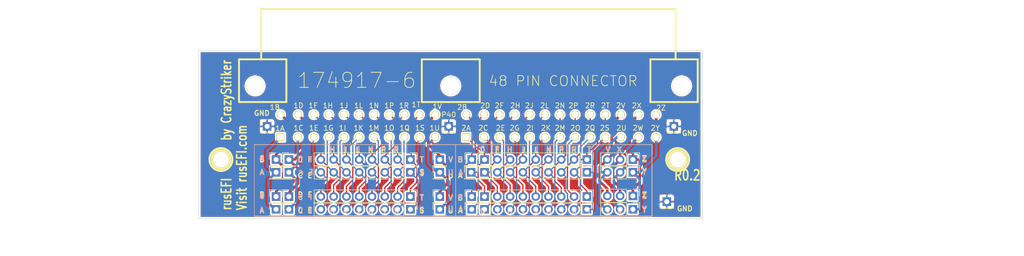
<source format=kicad_pcb>
(kicad_pcb (version 20221018) (generator pcbnew)
  (title_block (title "ECU adapter") (date "2017-02-05") (rev "R0.2") (company "DAECU"))
  (layers (0 "F.Cu" signal) (31 "B.Cu" signal) (34 "B.Paste" user) (35 "F.Paste" user) (36 "B.SilkS" user "B.Silkscreen") (37 "F.SilkS" user "F.Silkscreen") (38 "B.Mask" user) (39 "F.Mask" user) (44 "Edge.Cuts" user))
  (net 0 "")
  (net 1 "GND")
  (net 2 "Net-(P1-Pad1)")
  (net 3 "Net-(P1-Pad2)")
  (net 4 "Net-(P1-Pad3)")
  (net 5 "Net-(P10-Pad1)")
  (net 6 "Net-(P11-Pad1)")
  (net 7 "Net-(P12-Pad1)")
  (net 8 "Net-(P14-Pad1)")
  (net 9 "Net-(P14-Pad2)")
  (net 10 "Net-(P14-Pad3)")
  (net 11 "Net-(P15-Pad1)")
  (net 12 "Net-(P16-Pad1)")
  (net 13 "Net-(P17-Pad1)")
  (net 14 "Net-(P18-Pad1)")
  (net 15 "Net-(P19-Pad1)")
  (net 16 "Net-(P20-Pad1)")
  (net 17 "Net-(P21-Pad1)")
  (net 18 "Net-(P25-Pad1Q)")
  (net 19 "Net-(P26-Pad2)")
  (net 20 "Net-(P25-Pad1S)")
  (net 21 "Net-(P25-Pad1T)")
  (net 22 "Net-(P25-Pad1U)")
  (net 23 "Net-(P25-Pad1V)")
  (net 24 "Net-(P25-Pad2A)")
  (net 25 "Net-(P25-Pad2B)")
  (net 26 "Net-(P25-Pad2J)")
  (net 27 "Net-(P25-Pad2I)")
  (net 28 "Net-(P25-Pad2H)")
  (net 29 "Net-(P25-Pad2G)")
  (net 30 "Net-(P25-Pad2F)")
  (net 31 "Net-(P25-Pad2E)")
  (net 32 "Net-(P25-Pad2D)")
  (net 33 "Net-(P25-Pad2C)")
  (net 34 "Net-(P25-Pad2K)")
  (net 35 "Net-(P25-Pad2L)")
  (net 36 "Net-(P25-Pad2M)")
  (net 37 "Net-(P25-Pad2N)")
  (net 38 "Net-(P25-Pad2O)")
  (net 39 "Net-(P25-Pad2P)")
  (net 40 "Net-(P25-Pad2Q)")
  (net 41 "Net-(P25-Pad2R)")
  (net 42 "Net-(P25-Pad2Z)")
  (net 43 "Net-(P25-Pad2Y)")
  (net 44 "Net-(P25-Pad2X)")
  (net 45 "Net-(P25-Pad2W)")
  (net 46 "Net-(P25-Pad2V)")
  (net 47 "Net-(P25-Pad2U)")
  (net 48 "Net-(P25-Pad2T)")
  (net 49 "Net-(P25-Pad2S)")
  (footprint "1pin" (layer "F.Cu") (at 57.88 62.23)
    (fp_text reference "1PIN" hide)
    (fp_text value "P***" hide)
  )
  (footprint "Connector_PinHeader_2.54mm:PinHeader_1x03_P2.54mm_Vertical" (layer "F.Cu") (at 139.7 72.136 -90)
    (fp_text reference "P1" hide)
    (fp_text value "CONN_3")
  )
  (footprint "Connector_PinHeader_2.54mm:PinHeader_1x03_P2.54mm_Vertical" (layer "F.Cu") (at 139.7 69.469 -90)
    (fp_text reference "P2" hide)
    (fp_text value "CONN_3")
  )
  (footprint "Connector_PinHeader_2.54mm:PinHeader_1x01_P2.54mm_Vertical" (layer "F.Cu") (at 110.236 72.136)
    (fp_text reference "P3" hide)
    (fp_text value "CONN_1")
  )
  (footprint "Connector_PinHeader_2.54mm:PinHeader_1x01_P2.54mm_Vertical" (layer "F.Cu") (at 107.696 72.136)
    (fp_text reference "P4" hide)
    (fp_text value "CONN_1")
  )
  (footprint "Connector_PinHeader_2.54mm:PinHeader_1x01_P2.54mm_Vertical" (layer "F.Cu") (at 110.236 69.596)
    (fp_text reference "P5" hide)
    (fp_text value "CONN_1")
  )
  (footprint "Connector_PinHeader_2.54mm:PinHeader_1x01_P2.54mm_Vertical" (layer "F.Cu") (at 107.696 69.596)
    (fp_text reference "P6" hide)
    (fp_text value "CONN_1")
  )
  (footprint "Connector_PinHeader_2.54mm:PinHeader_1x01_P2.54mm_Vertical" (layer "F.Cu") (at 101.346 72.136)
    (fp_text reference "P7" hide)
    (fp_text value "CONN_1")
  )
  (footprint "Connector_PinHeader_2.54mm:PinHeader_1x01_P2.54mm_Vertical" (layer "F.Cu") (at 101.346 69.596)
    (fp_text reference "P8" hide)
    (fp_text value "CONN_1")
  )
  (footprint "Connector_PinHeader_2.54mm:PinHeader_1x01_P2.54mm_Vertical" (layer "F.Cu") (at 71.374 72.136)
    (fp_text reference "P9" hide)
    (fp_text value "CONN_1")
  )
  (footprint "Connector_PinHeader_2.54mm:PinHeader_1x01_P2.54mm_Vertical" (layer "F.Cu") (at 68.834 72.136)
    (fp_text reference "P10" hide)
    (fp_text value "CONN_1")
  )
  (footprint "Connector_PinHeader_2.54mm:PinHeader_1x01_P2.54mm_Vertical" (layer "F.Cu") (at 71.374 69.596)
    (fp_text reference "P11" hide)
    (fp_text value "CONN_1")
  )
  (footprint "Connector_PinHeader_2.54mm:PinHeader_1x01_P2.54mm_Vertical" (layer "F.Cu") (at 68.834 69.596)
    (fp_text reference "P12" hide)
    (fp_text value "CONN_1")
  )
  (footprint "Connector_PinHeader_2.54mm:PinHeader_1x03_P2.54mm_Vertical" (layer "F.Cu") (at 139.7 64.77 -90)
    (fp_text reference "P13" hide)
    (fp_text value "CONN_3")
  )
  (footprint "Connector_PinHeader_2.54mm:PinHeader_1x01_P2.54mm_Vertical" (layer "F.Cu") (at 110.236 64.77)
    (fp_text reference "P15" hide)
    (fp_text value "CONN_1")
  )
  (footprint "Connector_PinHeader_2.54mm:PinHeader_1x01_P2.54mm_Vertical" (layer "F.Cu") (at 107.569 64.77)
    (fp_text reference "P16" hide)
    (fp_text value "CONN_1")
  )
  (footprint "Connector_PinHeader_2.54mm:PinHeader_1x01_P2.54mm_Vertical" (layer "F.Cu") (at 110.236 62.23)
    (fp_text reference "P17" hide)
    (fp_text value "CONN_1")
  )
  (footprint "Connector_PinHeader_2.54mm:PinHeader_1x01_P2.54mm_Vertical" (layer "F.Cu") (at 107.696 62.23)
    (fp_text reference "P18" hide)
    (fp_text value "CONN_1")
  )
  (footprint "Connector_PinHeader_2.54mm:PinHeader_1x01_P2.54mm_Vertical" (layer "F.Cu") (at 101.346 64.77)
    (fp_text reference "P19" hide)
    (fp_text value "CONN_1")
  )
  (footprint "Connector_PinHeader_2.54mm:PinHeader_1x01_P2.54mm_Vertical" (layer "F.Cu") (at 101.346 62.23)
    (fp_text reference "P20" hide)
    (fp_text value "CONN_1")
  )
  (footprint "Connector_PinHeader_2.54mm:PinHeader_1x01_P2.54mm_Vertical" (layer "F.Cu") (at 71.374 64.77)
    (fp_text reference "P21" hide)
    (fp_text value "CONN_1")
  )
  (footprint "Connector_PinHeader_2.54mm:PinHeader_1x01_P2.54mm_Vertical" (layer "F.Cu") (at 68.834 64.77)
    (fp_text reference "P22" hide)
    (fp_text value "CONN_1")
  )
  (footprint "Connector_PinHeader_2.54mm:PinHeader_1x01_P2.54mm_Vertical" (layer "F.Cu") (at 71.374 62.23)
    (fp_text reference "P23" hide)
    (fp_text value "CONN_1")
  )
  (footprint "Connector_PinHeader_2.54mm:PinHeader_1x01_P2.54mm_Vertical" (layer "F.Cu") (at 68.834 62.23)
    (fp_text reference "P24" hide)
    (fp_text value "CONN_1")
  )
  (footprint "Connector_PinHeader_2.54mm:PinHeader_1x08_P2.54mm_Vertical" (layer "F.Cu") (at 130.556 72.136 -90)
    (fp_text reference "P26" hide)
    (fp_text value "CONN_8")
  )
  (footprint "Connector_PinHeader_2.54mm:PinHeader_1x08_P2.54mm_Vertical" (layer "F.Cu") (at 130.556 69.596 -90)
    (fp_text reference "P27" hide)
    (fp_text value "CONN_8")
  )
  (footprint "Connector_PinHeader_2.54mm:PinHeader_1x08_P2.54mm_Vertical" (layer "F.Cu") (at 95.504 64.77 -90)
    (fp_text reference "P30" hide)
    (fp_text value "CONN_8")
  )
  (footprint "Connector_PinHeader_2.54mm:PinHeader_1x08_P2.54mm_Vertical" (layer "F.Cu") (at 95.504 62.23 -90)
    (fp_text reference "P31" hide)
    (fp_text value "CONN_8")
  )
  (footprint "Connector_PinHeader_2.54mm:PinHeader_1x08_P2.54mm_Vertical" (layer "F.Cu") (at 130.556 64.77 -90)
    (fp_text reference "P32" hide)
    (fp_text value "CONN_8")
  )
  (footprint "Connector_PinHeader_2.54mm:PinHeader_1x08_P2.54mm_Vertical" (layer "F.Cu") (at 95.504 72.136 -90)
    (fp_text reference "P36" hide)
    (fp_text value "CONN_8")
  )
  (footprint "Connector_PinHeader_2.54mm:PinHeader_1x08_P2.54mm_Vertical" (layer "F.Cu") (at 95.504 69.596 -90)
    (fp_text reference "P37" hide)
    (fp_text value "CONN_8")
  )
  (footprint "Connector_PinHeader_2.54mm:PinHeader_1x01_P2.54mm_Vertical" (layer "F.Cu") (at 146.431 70.612)
    (fp_text reference "P38" hide)
    (fp_text value "CONN_1")
  )
  (footprint "Connector_PinHeader_2.54mm:PinHeader_1x01_P2.54mm_Vertical" (layer "F.Cu") (at 147.828 55.626)
    (fp_text reference "P39" hide)
    (fp_text value "CONN_1")
  )
  (footprint "Connector_PinHeader_2.54mm:PinHeader_1x01_P2.54mm_Vertical" (layer "F.Cu") (at 103.124 55.626)
    (fp_text reference "P40")
    (fp_text value "CONN_1")
  )
  (footprint "Connector_PinHeader_2.54mm:PinHeader_1x01_P2.54mm_Vertical" (layer "F.Cu") (at 67.056 55.626)
    (fp_text reference "P41" hide)
    (fp_text value "CONN_1")
  )
  (footprint "Connector_PinHeader_2.54mm:PinHeader_1x08_P2.54mm_Vertical" (layer "F.Cu") (at 130.556 62.23 -90)
    (fp_text reference "P33" hide)
    (fp_text value "CONN_8")
  )
  (footprint "connector:174917" (layer "F.Cu") (at 69.723 57.785)
    (fp_text reference "P25" hide)
    (fp_text value "174917" hide)
  )
  (footprint "Connector_PinHeader_2.54mm:PinHeader_1x03_P2.54mm_Vertical" (layer "F.Cu") (at 139.7 62.23 -90)
    (fp_text reference "P14" hide)
    (fp_text value "CONN_3")
  )
  (footprint "1pin" (layer "F.Cu") (at 148.59 62.23)
    (fp_text reference "1PIN" hide)
    (fp_text value "P***" hide)
  )
  (gr_line (start 104.5 59.25) (end 64.5 59.25) (stroke (width 0.1)) (layer "B.SilkS"))
  (gr_line (start 64.5 73.5) (end 104.5 73.5) (stroke (width 0.1)) (layer "B.SilkS"))
  (gr_line (start 143.5 59.25) (end 143.5 73.5) (stroke (width 0.1)) (layer "B.SilkS"))
  (gr_line (start 104.5 59.25) (end 143.5 59.25) (stroke (width 0.1)) (layer "B.SilkS"))
  (gr_line (start 143.5 73.5) (end 104.5 73.5) (stroke (width 0.1)) (layer "B.SilkS"))
  (gr_line (start 104.5 73.5) (end 104.5 59.25) (stroke (width 0.1)) (layer "B.SilkS"))
  (gr_line (start 64.5 59.25) (end 64.5 73.5) (stroke (width 0.1)) (layer "B.SilkS"))
  (gr_line (start 64.5 59.25) (end 104.5 59.25) (stroke (width 0.1)) (layer "F.SilkS"))
  (gr_line (start 143.5 73.5) (end 143.5 59.25) (stroke (width 0.1)) (layer "F.SilkS"))
  (gr_line (start 104.5 59.25) (end 104.5 73.5) (stroke (width 0.1)) (layer "F.SilkS"))
  (gr_line (start 143.5 59.25) (end 104.5 59.25) (stroke (width 0.1)) (layer "F.SilkS"))
  (gr_line (start 64.5 73.5) (end 64.5 59.25) (stroke (width 0.1)) (layer "F.SilkS"))
  (gr_line (start 104.5 73.5) (end 64.5 73.5) (stroke (width 0.1)) (layer "F.SilkS"))
  (gr_line (start 104.5 73.5) (end 143.5 73.5) (stroke (width 0.1)) (layer "F.SilkS"))
  (gr_poly (pts (xy 153.5 40.5) (xy 53.5 40.5) (xy 53.5 74) (xy 153.5 74)) (stroke (width 0.1)) (fill none) (layer "Edge.Cuts"))
  (gr_text "X" (at 137 72.5) (layer "B.SilkS") (effects (font (size 1.016 1.016) (thickness 0.22352)) (justify mirror)))
  (gr_text "R" (at 92.71 72.425) (layer "B.SilkS") (effects (font (size 1.016 1.016) (thickness 0.22352)) (justify mirror)))
  (gr_text "D" (at 73.66 62.25) (layer "B.SilkS") (effects (font (size 1.016 1.016) (thickness 0.22352)) (justify mirror)))
  (gr_text "B\n" (at 66.04 69.5) (layer "B.SilkS") (effects (font (size 1.016 1.016) (thickness 0.22352)) (justify mirror)))
  (gr_text "A\n" (at 66 72.25) (layer "B.SilkS") (effects (font (size 1.016 1.016) (thickness 0.22352)) (justify mirror)))
  (gr_text "A" (at 66 64.75) (layer "B.SilkS") (effects (font (size 1.016 1.016) (thickness 0.22352)) (justify mirror)))
  (gr_text "S" (at 97.79 72.25) (layer "B.SilkS") (effects (font (size 1.016 1.016) (thickness 0.22352)) (justify mirror)))
  (gr_text "P" (at 90.17 72.425) (layer "B.SilkS") (effects (font (size 1.016 1.016) (thickness 0.22352)) (justify mirror)))
  (gr_text "N" (at 87.63 72.425) (layer "B.SilkS") (effects (font (size 1.016 1.016) (thickness 0.22352)) (justify mirror)))
  (gr_text "T" (at 97.75 62.25) (layer "B.SilkS") (effects (font (size 1.016 1.016) (thickness 0.22352)) (justify mirror)))
  (gr_text "T" (at 97.75 69.75) (layer "B.SilkS") (effects (font (size 1.016 1.016) (thickness 0.22352)) (justify mirror)))
  (gr_text "S" (at 97.79 65) (layer "B.SilkS") (effects (font (size 1.016 1.016) (thickness 0.22352)) (justify mirror)))
  (gr_text "V" (at 103.5 62.25) (layer "B.SilkS") (effects (font (size 1.016 1.016) (thickness 0.22352)) (justify mirror)))
  (gr_text "A" (at 105.5 72) (layer "B.SilkS") (effects (font (size 1.016 1.016) (thickness 0.22352)) (justify mirror)))
  (gr_text "A" (at 105.5 64.75) (layer "B.SilkS") (effects (font (size 1.016 1.016) (thickness 0.22352)) (justify mirror)))
  (gr_text "L" (at 85.09 72.425) (layer "B.SilkS") (effects (font (size 1.016 1.016) (thickness 0.22352)) (justify mirror)))
  (gr_text "U" (at 103.5 72) (layer "B.SilkS") (effects (font (size 1.016 1.016) (thickness 0.22352)) (justify mirror)))
  (gr_text "U" (at 103.505 64.75) (layer "B.SilkS") (effects (font (size 1.016 1.016) (thickness 0.22352)) (justify mirror)))
  (gr_text "H" (at 80.01 72.425) (layer "B.SilkS") (effects (font (size 1.016 1.016) (thickness 0.22352)) (justify mirror)))
  (gr_text "E" (at 75.565 72.25) (layer "B.SilkS") (effects (font (size 1.016 1.016) (thickness 0.22352)) (justify mirror)))
  (gr_text "F" (at 75.565 69.75) (layer "B.SilkS") (effects (font (size 1.016 1.016) (thickness 0.22352)) (justify mirror)))
  (gr_text "B" (at 105.41 62.25) (layer "B.SilkS") (effects (font (size 1.016 1.016) (thickness 0.22352)) (justify mirror)))
  (gr_text "D" (at 73.66 69.75) (layer "B.SilkS") (effects (font (size 1.016 1.016) (thickness 0.22352)) (justify mirror)))
  (gr_text "C" (at 73.66 72.25) (layer "B.SilkS") (effects (font (size 1.016 1.016) (thickness 0.22352)) (justify mirror)))
  (gr_text "J" (at 82.55 72.425) (layer "B.SilkS") (effects (font (size 1.016 1.016) (thickness 0.22352)) (justify mirror)))
  (gr_text "F" (at 75.565 62.25) (layer "B.SilkS") (effects (font (size 1.016 1.016) (thickness 0.22352)) (justify mirror)))
  (gr_text "C" (at 73.75 65) (layer "B.SilkS") (effects (font (size 1.016 1.016) (thickness 0.22352)) (justify mirror)))
  (gr_text "B" (at 66 62) (layer "B.SilkS") (effects (font (size 1.016 1.016) (thickness 0.22352)) (justify mirror)))
  (gr_text "B" (at 105.41 69.75) (layer "B.SilkS") (effects (font (size 1.016 1.016) (thickness 0.22352)) (justify mirror)))
  (gr_text "V" (at 103.5 69.75) (layer "B.SilkS") (effects (font (size 1.016 1.016) (thickness 0.22352)) (justify mirror)))
  (gr_text "E" (at 75.75 64.75) (layer "B.SilkS") (effects (font (size 1.016 1.016) (thickness 0.22352)) (justify mirror)))
  (gr_text "R" (at 128 72.5) (layer "B.SilkS") (effects (font (size 1.016 1.016) (thickness 0.22352)) (justify mirror)))
  (gr_text "Z" (at 142 62.25) (layer "B.SilkS") (effects (font (size 1.016 1.016) (thickness 0.22352)) (justify mirror)))
  (gr_text "Y" (at 142 64.75) (layer "B.SilkS") (effects (font (size 1.016 1.016) (thickness 0.22352)) (justify mirror)))
  (gr_text "Y" (at 142 72) (layer "B.SilkS") (effects (font (size 1.016 1.016) (thickness 0.22352)) (justify mirror)))
  (gr_text "Z" (at 142 69.5) (layer "B.SilkS") (effects (font (size 1.016 1.016) (thickness 0.22352)) (justify mirror)))
  (gr_text "P" (at 125.5 72.425) (layer "B.SilkS") (effects (font (size 1.016 1.016) (thickness 0.22352)) (justify mirror)))
  (gr_text "N" (at 123 72.425) (layer "B.SilkS") (effects (font (size 1.016 1.016) (thickness 0.22352)) (justify mirror)))
  (gr_text "L" (at 120.5 72.425) (layer "B.SilkS") (effects (font (size 1.016 1.016) (thickness 0.22352)) (justify mirror)))
  (gr_text "J" (at 118 72.425) (layer "B.SilkS") (effects (font (size 1.016 1.016) (thickness 0.22352)) (justify mirror)))
  (gr_text "H" (at 115.25 72.5) (layer "B.SilkS") (effects (font (size 1.016 1.016) (thickness 0.22352)) (justify mirror)))
  (gr_text "F" (at 112.75 72.425) (layer "B.SilkS") (effects (font (size 1.016 1.016) (thickness 0.22352)) (justify mirror)))
  (gr_text "D" (at 109.855 72.425) (layer "B.SilkS") (effects (font (size 1.016 1.016) (thickness 0.22352)) (justify mirror)))
  (gr_text "V" (at 134.75 72.5) (layer "B.SilkS") (effects (font (size 1.016 1.016) (thickness 0.22352)) (justify mirror)))
  (gr_text "T\n" (at 131 72.5) (layer "B.SilkS") (effects (font (size 1.016 1.016) (thickness 0.22352)) (justify mirror)))
  (gr_text "X" (at 137 60.25) (layer "B.SilkS") (effects (font (size 1.016 1.016) (thickness 0.22352)) (justify mirror)))
  (gr_text "R" (at 92.71 60.175) (layer "B.SilkS") (effects (font (size 1.016 1.016) (thickness 0.22352)) (justify mirror)))
  (gr_text "P" (at 90.17 60.175) (layer "B.SilkS") (effects (font (size 1.016 1.016) (thickness 0.22352)) (justify mirror)))
  (gr_text "N" (at 87.63 60.175) (layer "B.SilkS") (effects (font (size 1.016 1.016) (thickness 0.22352)) (justify mirror)))
  (gr_text "L" (at 85.09 60.175) (layer "B.SilkS") (effects (font (size 1.016 1.016) (thickness 0.22352)) (justify mirror)))
  (gr_text "H" (at 80.01 60.175) (layer "B.SilkS") (effects (font (size 1.016 1.016) (thickness 0.22352)) (justify mirror)))
  (gr_text "J" (at 82.55 60.175) (layer "B.SilkS") (effects (font (size 1.016 1.016) (thickness 0.22352)) (justify mirror)))
  (gr_text "R" (at 128 60.25) (layer "B.SilkS") (effects (font (size 1.016 1.016) (thickness 0.22352)) (justify mirror)))
  (gr_text "P" (at 125.5 60.175) (layer "B.SilkS") (effects (font (size 1.016 1.016) (thickness 0.22352)) (justify mirror)))
  (gr_text "N" (at 123 60.175) (layer "B.SilkS") (effects (font (size 1.016 1.016) (thickness 0.22352)) (justify mirror)))
  (gr_text "L" (at 120.5 60.175) (layer "B.SilkS") (effects (font (size 1.016 1.016) (thickness 0.22352)) (justify mirror)))
  (gr_text "J" (at 118 60.175) (layer "B.SilkS") (effects (font (size 1.016 1.016) (thickness 0.22352)) (justify mirror)))
  (gr_text "H" (at 115.25 60.25) (layer "B.SilkS") (effects (font (size 1.016 1.016) (thickness 0.22352)) (justify mirror)))
  (gr_text "F" (at 112.75 60.175) (layer "B.SilkS") (effects (font (size 1.016 1.016) (thickness 0.22352)) (justify mirror)))
  (gr_text "D" (at 109.855 60.175) (layer "B.SilkS") (effects (font (size 1.016 1.016) (thickness 0.22352)) (justify mirror)))
  (gr_text "V" (at 134.75 60.25) (layer "B.SilkS") (effects (font (size 1.016 1.016) (thickness 0.22352)) (justify mirror)))
  (gr_text "T\n" (at 131 60.25) (layer "B.SilkS") (effects (font (size 1.016 1.016) (thickness 0.22352)) (justify mirror)))
  (gr_text "GND" (at 150 72) (layer "F.SilkS") (effects (font (size 1 1) (thickness 0.2))))
  (gr_text "GND" (at 66 53) (layer "F.SilkS") (effects (font (size 1 1) (thickness 0.2))))
  (gr_text "P" (at 125.5 60.325) (layer "F.SilkS") (effects (font (size 1.016 1.016) (thickness 0.22352))))
  (gr_text "R" (at 128 60.25) (layer "F.SilkS") (effects (font (size 1.016 1.016) (thickness 0.22352))))
  (gr_text "Y" (at 142 72.25) (layer "F.SilkS") (effects (font (size 1.016 1.016) (thickness 0.22352))))
  (gr_text "Z" (at 142 69.25) (layer "F.SilkS") (effects (font (size 1.016 1.016) (thickness 0.22352))))
  (gr_text "Z" (at 142 62) (layer "F.SilkS") (effects (font (size 1.016 1.016) (thickness 0.22352))))
  (gr_text "Y" (at 142 64.5) (layer "F.SilkS") (effects (font (size 1.016 1.016) (thickness 0.22352))))
  (gr_text "T\n" (at 131 60.25) (layer "F.SilkS") (effects (font (size 1.016 1.016) (thickness 0.22352))))
  (gr_text "V" (at 134.75 60.25) (layer "F.SilkS") (effects (font (size 1.016 1.016) (thickness 0.22352))))
  (gr_text "X" (at 137 60.25) (layer "F.SilkS") (effects (font (size 1.016 1.016) (thickness 0.22352))))
  (gr_text "S" (at 97.79 72.39) (layer "F.SilkS") (effects (font (size 1.016 1.016) (thickness 0.22352))))
  (gr_text "U" (at 103.505 72.39) (layer "F.SilkS") (effects (font (size 1.016 1.016) (thickness 0.22352))))
  (gr_text "F" (at 75.565 69.215) (layer "F.SilkS") (effects (font (size 1.016 1.016) (thickness 0.22352))))
  (gr_text "C" (at 73.66 72.39) (layer "F.SilkS") (effects (font (size 1.016 1.016) (thickness 0.22352))))
  (gr_text "T" (at 97.79 62.23) (layer "F.SilkS") (effects (font (size 1.016 1.016) (thickness 0.22352))))
  (gr_text "D" (at 73.66 69.215) (layer "F.SilkS") (effects (font (size 1.016 1.016) (thickness 0.22352))))
  (gr_text "E" (at 75.565 65.405) (layer "F.SilkS") (effects (font (size 1.016 1.016) (thickness 0.22352))))
  (gr_text "B\n" (at 66.04 62.23) (layer "F.SilkS") (effects (font (size 1.016 1.016) (thickness 0.22352))))
  (gr_text "F" (at 75.565 62.23) (layer "F.SilkS") (effects (font (size 1.016 1.016) (thickness 0.22352))))
  (gr_text "S" (at 97.79 64.77) (layer "F.SilkS") (effects (font (size 1.016 1.016) (thickness 0.22352))))
  (gr_text "L" (at 85.09 60.325) (layer "F.SilkS") (effects (font (size 1.016 1.016) (thickness 0.22352))))
  (gr_text "C" (at 73.66 65.405) (layer "F.SilkS") (effects (font (size 1.016 1.016) (thickness 0.22352))))
  (gr_text "B" (at 105.41 69.85) (layer "F.SilkS") (effects (font (size 1.016 1.016) (thickness 0.22352))))
  (gr_text "H" (at 80.01 60.325) (layer "F.SilkS") (effects (font (size 1.016 1.016) (thickness 0.22352))))
  (gr_text "D" (at 73.66 62.23) (layer "F.SilkS") (effects (font (size 1.016 1.016) (thickness 0.22352))))
  (gr_text "A" (at 66.04 72.39) (layer "F.SilkS") (effects (font (size 1.016 1.016) (thickness 0.22352))))
  (gr_text "V" (at 103.505 69.85) (layer "F.SilkS") (effects (font (size 1.016 1.016) (thickness 0.22352))))
  (gr_text "B" (at 66.04 69.215) (layer "F.SilkS") (effects (font (size 1.016 1.016) (thickness 0.22352))))
  (gr_text "J" (at 118 60.325) (layer "F.SilkS") (effects (font (size 1.016 1.016) (thickness 0.22352))))
  (gr_text "N" (at 87.63 60.325) (layer "F.SilkS") (effects (font (size 1.016 1.016) (thickness 0.22352))))
  (gr_text "A" (at 105.41 65.405) (layer "F.SilkS") (effects (font (size 1.016 1.016) (thickness 0.22352))))
  (gr_text "J" (at 82.55 60.325) (layer "F.SilkS") (effects (font (size 1.016 1.016) (thickness 0.22352))))
  (gr_text "GND" (at 151 57) (layer "F.SilkS") (effects (font (size 1 1) (thickness 0.2))))
  (gr_text "H" (at 115.25 60.25) (layer "F.SilkS") (effects (font (size 1.016 1.016) (thickness 0.22352))))
  (gr_text "P" (at 90.17 60.325) (layer "F.SilkS") (effects (font (size 1.016 1.016) (thickness 0.22352))))
  (gr_text "R" (at 92.71 60.325) (layer "F.SilkS") (effects (font (size 1.016 1.016) (thickness 0.22352))))
  (gr_text "F" (at 112.75 60.325) (layer "F.SilkS") (effects (font (size 1.016 1.016) (thickness 0.22352))))
  (gr_text "A\n" (at 66.04 64.77) (layer "F.SilkS") (effects (font (size 1.016 1.016) (thickness 0.22352))))
  (gr_text "D" (at 109.855 60.325) (layer "F.SilkS") (effects (font (size 1.016 1.016) (thickness 0.22352))))
  (gr_text "U" (at 103.505 65.405) (layer "F.SilkS") (effects (font (size 1.016 1.016) (thickness 0.22352))))
  (gr_text "N" (at 123 60.325) (layer "F.SilkS") (effects (font (size 1.016 1.016) (thickness 0.22352))))
  (gr_text "R0.2\n\n" (at 150.5 67) (layer "F.SilkS") (effects (font (size 2.032 1.524) (thickness 0.3048))))
  (gr_text "V" (at 103.505 62.23) (layer "F.SilkS") (effects (font (size 1.016 1.016) (thickness 0.22352))))
  (gr_text "L" (at 120.5 60.325) (layer "F.SilkS") (effects (font (size 1.016 1.016) (thickness 0.22352))))
  (gr_text "B" (at 105.41 62.23) (layer "F.SilkS") (effects (font (size 1.016 1.016) (thickness 0.22352))))
  (gr_text "rusEFI       by CrazyStriker\nVisit rusEFI.com" (at 60.5 72.5 90) (layer "F.SilkS") (effects (font (size 1.9 1.4) (thickness 0.3048)) (justify left)))
  (gr_text "T" (at 97.79 69.85) (layer "F.SilkS") (effects (font (size 1.016 1.016) (thickness 0.22352))))
  (gr_text "A" (at 105.41 72.39) (layer "F.SilkS") (effects (font (size 1.016 1.016) (thickness 0.22352))))
  (gr_text "E" (at 75.565 72.39) (layer "F.SilkS") (effects (font (size 1.016 1.016) (thickness 0.22352))))
  (segment (start 141.058001 72.135999) (end 141.058001 66.128001) (width 0.508) (layer "B.Cu") (net 2))
  (segment (start 141.058001 66.128001) (end 139.7 64.77) (width 0.508) (layer "B.Cu") (net 2))
  (segment (start 141.058 64.77) (end 144.32788 61.50012) (width 0.508) (layer "B.Cu") (net 2))
  (segment (start 139.7 72.136) (end 141.058001 72.135999) (width 0.508) (layer "B.Cu") (net 2))
  (segment (start 144.32788 61.50012) (end 144.32788 58.598611) (width 0.508) (layer "B.Cu") (net 2))
  (segment (start 139.7 64.77) (end 141.058 64.77) (width 0.508) (layer "B.Cu") (net 2))
  (segment (start 144.32788 58.598611) (end 144.32788 57.785) (width 0.508) (layer "B.Cu") (net 2))
  (segment (start 135.928999 70.904999) (end 135.928999 67.983999) (width 0.254) (layer "B.Cu") (net 3))
  (segment (start 135.928999 66.001001) (end 136.310001 65.619999) (width 0.508) (layer "B.Cu") (net 3))
  (segment (start 136.310001 65.619999) (end 137.16 64.77) (width 0.508) (layer "B.Cu") (net 3))
  (segment (start 140.252451 58.360309) (end 140.82776 57.785) (width 0.508) (layer "B.Cu") (net 3))
  (segment (start 137.16 64.77) (end 138.468999 63.461001) (width 0.508) (layer "B.Cu") (net 3))
  (segment (start 138.468999 60.143761) (end 140.252451 58.360309) (width 0.508) (layer "B.Cu") (net 3))
  (segment (start 138.468999 63.461001) (end 138.468999 60.143761) (width 0.254) (layer "B.Cu") (net 3))
  (segment (start 137.16 72.136) (end 135.928999 70.904999) (width 0.508) (layer "B.Cu") (net 3))
  (segment (start 135.928999 67.983999) (end 135.928999 66.001001) (width 0.508) (layer "B.Cu") (net 3))
  (segment (start 134.62 64.77) (end 133.417919 64.77) (width 0.508) (layer "B.Cu") (net 4))
  (segment (start 133.261999 61.03703) (end 136.514029 57.785) (width 0.508) (layer "B.Cu") (net 4))
  (segment (start 134.366 72.136) (end 133.096 70.866) (width 0.508) (layer "B.Cu") (net 4))
  (segment (start 133.096 66.294) (end 134.62 64.77) (width 0.508) (layer "B.Cu") (net 4))
  (segment (start 136.514029 57.785) (end 137.32764 57.785) (width 0.508) (layer "B.Cu") (net 4))
  (segment (start 133.096 70.866) (end 133.096 66.294) (width 0.508) (layer "B.Cu") (net 4))
  (segment (start 134.62 72.136) (end 134.366 72.136) (width 0.508) (layer "B.Cu") (net 4))
  (segment (start 133.261999 64.61408) (end 133.261999 61.03703) (width 0.508) (layer "B.Cu") (net 4))
  (segment (start 133.417919 64.77) (end 133.261999 64.61408) (width 0.508) (layer "B.Cu") (net 4))
  (segment (start 68.834 72.136) (end 68.58 72.136) (width 0.508) (layer "B.Cu") (net 5))
  (segment (start 67.31 66.294) (end 68.834 64.77) (width 0.508) (layer "B.Cu") (net 5))
  (segment (start 67.31 70.866) (end 67.31 66.294) (width 0.508) (layer "B.Cu") (net 5))
  (segment (start 68.326 64.77) (end 67.056 63.5) (width 0.508) (layer "B.Cu") (net 5))
  (segment (start 67.056 63.5) (end 67.056 60.50534) (width 0.508) (layer "B.Cu") (net 5))
  (segment (start 68.58 72.136) (end 67.31 70.866) (width 0.508) (layer "B.Cu") (net 5))
  (segment (start 68.834 64.77) (end 68.326 64.77) (width 0.508) (layer "B.Cu") (net 5))
  (segment (start 67.056 60.50534) (end 69.77634 57.785) (width 0.508) (layer "B.Cu") (net 5))
  (segment (start 74.8 59.908) (end 74.8 54.861) (width 0.508) (layer "F.Cu") (net 6))
  (segment (start 71.374 62.23) (end 71.882 62.23) (width 0.508) (layer "F.Cu") (net 6))
  (segment (start 73.152 67.056) (end 73.152 64.008) (width 0.508) (layer "F.Cu") (net 6))
  (segment (start 72.478 62.23) (end 74.8 59.908) (width 0.508) (layer "F.Cu") (net 6))
  (segment (start 73.152 64.008) (end 71.374 62.23) (width 0.508) (layer "F.Cu") (net 6))
  (segment (start 71.374 68.834) (end 73.152 67.056) (width 0.508) (layer "F.Cu") (net 6))
  (segment (start 74.8 54.861) (end 73.22312 53.28412) (width 0.508) (layer "F.Cu") (net 6))
  (segment (start 71.374 69.596) (end 71.374 68.834) (width 0.508) (layer "F.Cu") (net 6))
  (segment (start 71.374 62.23) (end 72.478 62.23) (width 0.508) (layer "F.Cu") (net 6))
  (segment (start 71.374 54.88178) (end 69.77634 53.28412) (width 0.508) (layer "F.Cu") (net 7))
  (segment (start 70.104 63.5) (end 68.834 62.23) (width 0.508) (layer "F.Cu") (net 7))
  (segment (start 68.834 68.58) (end 70.104 67.31) (width 0.508) (layer "F.Cu") (net 7))
  (segment (start 68.834 61.214) (end 71.374 58.674) (width 0.508) (layer "F.Cu") (net 7))
  (segment (start 68.834 62.23) (end 68.834 61.214) (width 0.508) (layer "F.Cu") (net 7))
  (segment (start 71.374 58.674) (end 71.374 54.88178) (width 0.508) (layer "F.Cu") (net 7))
  (segment (start 68.834 69.596) (end 68.834 68.58) (width 0.508) (layer "F.Cu") (net 7))
  (segment (start 70.104 67.31) (end 70.104 63.5) (width 0.254) (layer "F.Cu") (net 7))
  (segment (start 139.7 62.23) (end 139.7 60.872) (width 0.508) (layer "F.Cu") (net 8))
  (segment (start 144.32788 54.34478) (end 143.072379 55.600281) (width 0.503) (layer "F.Cu") (net 8))
  (segment (start 144.32788 53.28412) (end 144.32788 54.34478) (width 0.503) (layer "F.Cu") (net 8))
  (segment (start 139.7 69.469) (end 139.7 68.111) (width 0.508) (layer "F.Cu") (net 8))
  (segment (start 143.072379 57.499621) (end 139.7 60.872) (width 0.503) (layer "F.Cu") (net 8))
  (segment (start 141.058001 66.752999) (end 141.058 62.23) (width 0.508) (layer "F.Cu") (net 8))
  (segment (start 139.7 68.111) (end 141.058001 66.752999) (width 0.508) (layer "F.Cu") (net 8))
  (segment (start 141.058 62.23) (end 139.7 62.23) (width 0.508) (layer "F.Cu") (net 8))
  (segment (start 143.072379 55.600281) (end 143.072379 57.499621) (width 0.503) (layer "F.Cu") (net 8))
  (segment (start 144.32788 54.097731) (end 144.32788 53.28412) (width 0.508) (layer "F.Cu") (net 8))
  (segment (start 135.89 63.5) (end 137.16 62.23) (width 0.508) (layer "F.Cu") (net 9))
  (segment (start 137.16 60.96) (end 139.065 59.055) (width 0.508) (layer "F.Cu") (net 9))
  (segment (start 137.16 62.23) (end 137.16 60.96) (width 0.508) (layer "F.Cu") (net 9))
  (segment (start 137.16 69.596) (end 137.16 67.818) (width 0.508) (layer "F.Cu") (net 9))
  (segment (start 137.16 67.818) (end 135.89 66.548) (width 0.508) (layer "F.Cu") (net 9))
  (segment (start 139.065 55.04688) (end 140.82776 53.28412) (width 0.508) (layer "F.Cu") (net 9))
  (segment (start 135.89 66.548) (end 135.89 63.5) (width 0.254) (layer "F.Cu") (net 9))
  (segment (start 139.065 59.055) (end 139.065 55.04688) (width 0.508) (layer "F.Cu") (net 9))
  (segment (start 133.096 66.548) (end 133.096 63.754) (width 0.508) (layer "F.Cu") (net 10))
  (segment (start 135.469999 61.380001) (end 134.62 62.23) (width 0.503) (layer "F.Cu") (net 10))
  (segment (start 134.62 69.596) (end 134.62 68.072) (width 0.508) (layer "F.Cu") (net 10))
  (segment (start 135.481801 57.772697) (end 135.481801 61.368199) (width 0.503) (layer "F.Cu") (net 10))
  (segment (start 134.62 68.072) (end 133.096 66.548) (width 0.508) (layer "F.Cu") (net 10))
  (segment (start 136.244329 54.367431) (end 136.244329 57.010169) (width 0.503) (layer "F.Cu") (net 10))
  (segment (start 133.096 63.754) (end 134.62 62.23) (width 0.508) (layer "F.Cu") (net 10))
  (segment (start 136.244329 54.367431) (end 136.752331 53.859429) (width 0.508) (layer "F.Cu") (net 10))
  (segment (start 135.481801 61.368199) (end 135.469999 61.380001) (width 0.503) (layer "F.Cu") (net 10))
  (segment (start 136.244329 57.010169) (end 135.481801 57.772697) (width 0.503) (layer "F.Cu") (net 10))
  (segment (start 136.752331 53.859429) (end 137.32764 53.28412) (width 0.508) (layer "F.Cu") (net 10))
  (segment (start 111.506 70.866) (end 111.506 66.04) (width 0.254) (layer "B.Cu") (net 11))
  (segment (start 110.236 72.136) (end 111.506 70.866) (width 0.254) (layer "B.Cu") (net 11))
  (segment (start 111.467001 64.642999) (end 111.467001 59.127761) (width 0.254) (layer "B.Cu") (net 11))
  (segment (start 110.236 64.77) (end 111.34 64.77) (width 0.254) (layer "B.Cu") (net 11))
  (segment (start 111.34 64.77) (end 111.467001 64.642999) (width 0.254) (layer "B.Cu") (net 11))
  (segment (start 110.699549 58.360309) (end 110.12424 57.785) (width 0.254) (layer "B.Cu") (net 11))
  (segment (start 111.467001 59.127761) (end 110.699549 58.360309) (width 0.254) (layer "B.Cu") (net 11))
  (segment (start 111.506 66.04) (end 110.236 64.77) (width 0.254) (layer "B.Cu") (net 11))
  (segment (start 108.927001 64.515999) (end 108.927001 60.087881) (width 0.254) (layer "B.Cu") (net 12))
  (segment (start 107.199429 58.360309) (end 106.62412 57.785) (width 0.254) (layer "B.Cu") (net 12))
  (segment (start 108.927001 60.087881) (end 107.199429 58.360309) (width 0.254) (layer "B.Cu") (net 12))
  (segment (start 107.569 64.77) (end 108.673 64.77) (width 0.254) (layer "B.Cu") (net 12))
  (segment (start 107.696 72.136) (end 108.966 70.866) (width 0.254) (layer "B.Cu") (net 12))
  (segment (start 108.966 66.04) (end 107.696 64.77) (width 0.254) (layer "B.Cu") (net 12))
  (segment (start 108.966 70.866) (end 108.966 66.04) (width 0.254) (layer "B.Cu") (net 12))
  (segment (start 108.673 64.77) (end 108.927001 64.515999) (width 0.254) (layer "B.Cu") (net 12))
  (segment (start 110.236 67.564) (end 108.966 66.294) (width 0.254) (layer "F.Cu") (net 13))
  (segment (start 108.966 63.5) (end 110.236 62.23) (width 0.254) (layer "F.Cu") (net 13))
  (segment (start 110.236 61.126) (end 110.236 62.23) (width 0.254) (layer "F.Cu") (net 13))
  (segment (start 108.993239 59.883239) (end 110.236 61.126) (width 0.254) (layer "F.Cu") (net 13))
  (segment (start 108.993239 54.415121) (end 108.993239 59.883239) (width 0.254) (layer "F.Cu") (net 13))
  (segment (start 110.236 69.596) (end 110.236 67.564) (width 0.254) (layer "F.Cu") (net 13))
  (segment (start 108.966 66.294) (end 108.966 63.5) (width 0.254) (layer "F.Cu") (net 13))
  (segment (start 110.12424 53.28412) (end 108.993239 54.415121) (width 0.254) (layer "F.Cu") (net 13))
  (segment (start 107.755121 61.066879) (end 107.696 61.126) (width 0.254) (layer "F.Cu") (net 14))
  (segment (start 106.337999 65.924801) (end 106.337999 63.615199) (width 0.254) (layer "F.Cu") (net 14))
  (segment (start 106.414199 63.538999) (end 106.426 63.538999) (width 0.254) (layer "F.Cu") (net 14))
  (segment (start 106.426 66.548) (end 106.426 66.001001) (width 0.254) (layer "F.Cu") (net 14))
  (segment (start 106.414199 66.001001) (end 106.337999 65.924801) (width 0.254) (layer "F.Cu") (net 14))
  (segment (start 107.696 69.596) (end 107.696 67.818) (width 0.254) (layer "F.Cu") (net 14))
  (segment (start 107.696 61.126) (end 107.696 62.23) (width 0.254) (layer "F.Cu") (net 14))
  (segment (start 107.696 67.818) (end 106.426 66.548) (width 0.254) (layer "F.Cu") (net 14))
  (segment (start 106.337999 63.615199) (end 106.414199 63.538999) (width 0.254) (layer "F.Cu") (net 14))
  (segment (start 107.755121 54.415121) (end 107.755121 61.066879) (width 0.254) (layer "F.Cu") (net 14))
  (segment (start 106.426 66.001001) (end 106.414199 66.001001) (width 0.254) (layer "F.Cu") (net 14))
  (segment (start 106.426 63.5) (end 107.696 62.23) (width 0.254) (layer "F.Cu") (net 14))
  (segment (start 106.62412 53.28412) (end 107.755121 54.415121) (width 0.254) (layer "F.Cu") (net 14))
  (segment (start 106.426 63.538999) (end 106.426 63.5) (width 0.254) (layer "F.Cu") (net 14))
  (segment (start 101.346 72.136) (end 103.124 70.358) (width 0.508) (layer "B.Cu") (net 15))
  (segment (start 100.838 64.77) (end 99.06 62.992) (width 0.508) (layer "B.Cu") (net 15))
  (segment (start 101.346 64.77) (end 100.838 64.77) (width 0.508) (layer "B.Cu") (net 15))
  (segment (start 103.124 66.548) (end 101.346 64.77) (width 0.508) (layer "B.Cu") (net 15))
  (segment (start 99.06 59.19978) (end 100.47478 57.785) (width 0.508) (layer "B.Cu") (net 15))
  (segment (start 103.124 70.358) (end 103.124 66.548) (width 0.508) (layer "B.Cu") (net 15))
  (segment (start 99.06 62.992) (end 99.06 59.19978) (width 0.508) (layer "B.Cu") (net 15))
  (segment (start 99.06 54.6989) (end 100.47478 53.28412) (width 0.508) (layer "F.Cu") (net 16))
  (segment (start 101.346 61.468) (end 99.06 59.182) (width 0.508) (layer "F.Cu") (net 16))
  (segment (start 101.346 68.58) (end 102.87 67.056) (width 0.508) (layer "F.Cu") (net 16))
  (segment (start 101.346 69.596) (end 101.346 68.58) (width 0.508) (layer "F.Cu") (net 16))
  (segment (start 102.87 67.056) (end 102.87 63.754) (width 0.508) (layer "F.Cu") (net 16))
  (segment (start 99.06 59.182) (end 99.06 54.6989) (width 0.508) (layer "F.Cu") (net 16))
  (segment (start 102.87 63.754) (end 101.346 62.23) (width 0.508) (layer "F.Cu") (net 16))
  (segment (start 101.346 62.23) (end 101.346 61.468) (width 0.508) (layer "F.Cu") (net 16))
  (segment (start 72.898 70.612) (end 72.898 66.294) (width 0.508) (layer "B.Cu") (net 17))
  (segment (start 71.374 72.136) (end 72.898 70.612) (width 0.508) (layer "B.Cu") (net 17))
  (segment (start 71.374 64.77) (end 73.152 62.992) (width 0.508) (layer "B.Cu") (net 17))
  (segment (start 73.152 62.992) (end 73.152 57.90692) (width 0.508) (layer "B.Cu") (net 17))
  (segment (start 73.152 57.90692) (end 73.27392 57.785) (width 0.508) (layer "B.Cu") (net 17))
  (segment (start 72.898 66.294) (end 71.374 64.77) (width 0.508) (layer "B.Cu") (net 17))
  (segment (start 133.650991 58.360309) (end 134.2263 57.785) (width 0.254) (layer "B.Cu") (net 18))
  (segment (start 131.787001 64.642999) (end 131.787001 60.224299) (width 0.254) (layer "B.Cu") (net 18))
  (segment (start 131.787001 60.224299) (end 133.650991 58.360309) (width 0.254) (layer "B.Cu") (net 18))
  (segment (start 131.66 64.77) (end 130.556 64.77) (width 0.254) (layer "B.Cu") (net 18))
  (segment (start 131.66 64.77) (end 131.787001 64.642999) (width 0.254) (layer "B.Cu") (net 18))
  (segment (start 131.787001 72.008999) (end 131.787001 64.897001) (width 0.254) (layer "B.Cu") (net 18))
  (segment (start 131.66 72.136) (end 131.787001 72.008999) (width 0.254) (layer "B.Cu") (net 18))
  (segment (start 131.787001 64.897001) (end 131.66 64.77) (width 0.254) (layer "B.Cu") (net 18))
  (segment (start 130.556 72.136) (end 131.66 72.136) (width 0.254) (layer "B.Cu") (net 18))
  (segment (start 128.865999 65.619999) (end 128.016 64.77) (width 0.254) (layer "B.Cu") (net 19))
  (segment (start 129.247001 59.764559) (end 130.651251 58.360309) (width 0.254) (layer "B.Cu") (net 19))
  (segment (start 128.016 64.77) (end 129.247001 63.538999) (width 0.254) (layer "B.Cu") (net 19))
  (segment (start 129.247001 70.904999) (end 129.247001 66.001001) (width 0.254) (layer "B.Cu") (net 19))
  (segment (start 129.247001 66.001001) (end 128.865999 65.619999) (width 0.254) (layer "B.Cu") (net 19))
  (segment (start 129.247001 63.538999) (end 129.247001 59.764559) (width 0.254) (layer "B.Cu") (net 19))
  (segment (start 130.651251 58.360309) (end 131.22656 57.785) (width 0.254) (layer "B.Cu") (net 19))
  (segment (start 128.016 72.136) (end 129.247001 70.904999) (width 0.254) (layer "B.Cu") (net 19))
  (segment (start 126.784999 63.461001) (end 126.784999 59.226821) (width 0.254) (layer "B.Cu") (net 20))
  (segment (start 127.651511 58.360309) (end 128.22682 57.785) (width 0.254) (layer "B.Cu") (net 20))
  (segment (start 125.476 64.77) (end 126.784999 63.461001) (width 0.254) (layer "B.Cu") (net 20))
  (segment (start 125.476 72.136) (end 126.365 71.247) (width 0.254) (layer "B.Cu") (net 20))
  (segment (start 126.707001 70.186881) (end 126.707001 69.005119) (width 0.254) (layer "B.Cu") (net 20))
  (segment (start 126.365 71.247) (end 126.365 70.528882) (width 0.254) (layer "B.Cu") (net 20))
  (segment (start 126.365 68.663118) (end 126.365 65.659) (width 0.254) (layer "B.Cu") (net 20))
  (segment (start 126.707001 69.005119) (end 126.365 68.663118) (width 0.254) (layer "B.Cu") (net 20))
  (segment (start 126.784999 59.226821) (end 127.651511 58.360309) (width 0.254) (layer "B.Cu") (net 20))
  (segment (start 126.365 70.528882) (end 126.707001 70.186881) (width 0.254) (layer "B.Cu") (net 20))
  (segment (start 126.365 65.659) (end 125.476 64.77) (width 0.254) (layer "B.Cu") (net 20))
  (segment (start 122.936 64.77) (end 124.244999 63.461001) (width 0.254) (layer "B.Cu") (net 21))
  (segment (start 124.206 66.04) (end 122.936 64.77) (width 0.254) (layer "B.Cu") (net 21))
  (segment (start 124.244999 63.461001) (end 124.244999 58.767081) (width 0.254) (layer "B.Cu") (net 21))
  (segment (start 124.244999 58.767081) (end 124.651771 58.360309) (width 0.254) (layer "B.Cu") (net 21))
  (segment (start 122.936 72.136) (end 124.206 70.866) (width 0.254) (layer "B.Cu") (net 21))
  (segment (start 124.651771 58.360309) (end 125.22708 57.785) (width 0.254) (layer "B.Cu") (net 21))
  (segment (start 124.206 70.866) (end 124.206 66.04) (width 0.254) (layer "B.Cu") (net 21))
  (segment (start 121.627001 58.385339) (end 121.652031 58.360309) (width 0.254) (layer "B.Cu") (net 22))
  (segment (start 121.627001 63.538999) (end 121.627001 58.385339) (width 0.254) (layer "B.Cu") (net 22))
  (segment (start 121.666 70.866) (end 121.666 66.04) (width 0.254) (layer "B.Cu") (net 22))
  (segment (start 120.396 64.77) (end 121.627001 63.538999) (width 0.254) (layer "B.Cu") (net 22))
  (segment (start 120.396 72.136) (end 121.666 70.866) (width 0.254) (layer "B.Cu") (net 22))
  (segment (start 121.666 66.04) (end 120.396 64.77) (width 0.254) (layer "B.Cu") (net 22))
  (segment (start 121.652031 58.360309) (end 122.22734 57.785) (width 0.254) (layer "B.Cu") (net 22))
  (segment (start 117.856 72.136) (end 119.126 70.866) (width 0.254) (layer "B.Cu") (net 23))
  (segment (start 119.164999 58.661212) (end 119.2276 58.598611) (width 0.254) (layer "B.Cu") (net 23))
  (segment (start 119.164999 63.461001) (end 119.164999 58.661212) (width 0.254) (layer "B.Cu") (net 23))
  (segment (start 119.2276 58.598611) (end 119.2276 57.785) (width 0.254) (layer "B.Cu") (net 23))
  (segment (start 119.126 66.04) (end 117.856 64.77) (width 0.254) (layer "B.Cu") (net 23))
  (segment (start 117.856 64.77) (end 119.164999 63.461001) (width 0.254) (layer "B.Cu") (net 23))
  (segment (start 119.126 70.866) (end 119.126 66.04) (width 0.254) (layer "B.Cu") (net 23))
  (segment (start 116.22786 58.598611) (end 116.22786 57.785) (width 0.254) (layer "B.Cu") (net 24))
  (segment (start 116.586 70.866) (end 116.586 66.04) (width 0.254) (layer "B.Cu") (net 24))
  (segment (start 115.316 72.136) (end 116.586 70.866) (width 0.254) (layer "B.Cu") (net 24))
  (segment (start 116.624999 63.461001) (end 116.624999 58.99575) (width 0.254) (layer "B.Cu") (net 24))
  (segment (start 116.624999 58.99575) (end 116.22786 58.598611) (width 0.254) (layer "B.Cu") (net 24))
  (segment (start 116.586 66.04) (end 115.316 64.77) (width 0.254) (layer "B.Cu") (net 24))
  (segment (start 115.316 64.77) (end 116.624999 63.461001) (width 0.254) (layer "B.Cu") (net 24))
  (segment (start 114.046 66.04) (end 112.776 64.77) (width 0.254) (layer "B.Cu") (net 25))
  (segment (start 114.046 70.866) (end 114.046 66.04) (width 0.254) (layer "B.Cu") (net 25))
  (segment (start 112.776 64.77) (end 114.007001 63.538999) (width 0.254) (layer "B.Cu") (net 25))
  (segment (start 114.007001 58.563881) (end 113.803429 58.360309) (width 0.254) (layer "B.Cu") (net 25))
  (segment (start 112.776 72.136) (end 114.046 70.866) (width 0.254) (layer "B.Cu") (net 25))
  (segment (start 114.007001 63.538999) (end 114.007001 58.563881) (width 0.254) (layer "B.Cu") (net 25))
  (segment (start 113.803429 58.360309) (end 113.22812 57.785) (width 0.254) (layer "B.Cu") (net 25))
  (segment (start 111.926001 61.380001) (end 111.926001 54.586239) (width 0.254) (layer "F.Cu") (net 26))
  (segment (start 111.926001 54.586239) (end 112.652811 53.859429) (width 0.254) (layer "F.Cu") (net 26))
  (segment (start 111.506 66.294) (end 111.506 63.5) (width 0.254) (layer "F.Cu") (net 26))
  (segment (start 112.776 67.564) (end 111.506 66.294) (width 0.254) (layer "F.Cu") (net 26))
  (segment (start 112.776 69.596) (end 112.776 67.564) (width 0.254) (layer "F.Cu") (net 26))
  (segment (start 112.652811 53.859429) (end 113.22812 53.28412) (width 0.254) (layer "F.Cu") (net 26))
  (segment (start 112.776 62.23) (end 111.926001 61.380001) (width 0.254) (layer "F.Cu") (net 26))
  (segment (start 111.506 63.5) (end 112.776 62.23) (width 0.254) (layer "F.Cu") (net 26))
  (segment (start 114.466001 55.045979) (end 115.652551 53.859429) (width 0.254) (layer "F.Cu") (net 27))
  (segment (start 114.046 66.04) (end 114.046 63.5) (width 0.254) (layer "F.Cu") (net 27))
  (segment (start 115.316 67.31) (end 114.046 66.04) (width 0.254) (layer "F.Cu") (net 27))
  (segment (start 115.652551 53.859429) (end 116.22786 53.28412) (width 0.254) (layer "F.Cu") (net 27))
  (segment (start 115.316 62.23) (end 114.466001 61.380001) (width 0.254) (layer "F.Cu") (net 27))
  (segment (start 115.316 69.596) (end 115.316 67.31) (width 0.254) (layer "F.Cu") (net 27))
  (segment (start 114.466001 61.380001) (end 114.466001 55.045979) (width 0.254) (layer "F.Cu") (net 27))
  (segment (start 114.046 63.5) (end 115.316 62.23) (width 0.254) (layer "F.Cu") (net 27))
  (segment (start 117.856 62.23) (end 117.856 54.65572) (width 0.254) (layer "F.Cu") (net 28))
  (segment (start 117.856 69.596) (end 117.856 67.31) (width 0.254) (layer "F.Cu") (net 28))
  (segment (start 117.856 67.31) (end 116.586 66.04) (width 0.254) (layer "F.Cu") (net 28))
  (segment (start 117.856 54.65572) (end 119.2276 53.28412) (width 0.254) (layer "F.Cu") (net 28))
  (segment (start 116.586 66.04) (end 116.586 63.5) (width 0.254) (layer "F.Cu") (net 28))
  (segment (start 116.586 63.5) (end 117.856 62.23) (width 0.254) (layer "F.Cu") (net 28))
  (segment (start 122.22734 53.28412) (end 120.396 55.11546) (width 0.254) (layer "F.Cu") (net 29))
  (segment (start 119.126 63.5) (end 120.396 62.23) (width 0.254) (layer "F.Cu") (net 29))
  (segment (start 119.126 66.294) (end 119.126 63.5) (width 0.254) (layer "F.Cu") (net 29))
  (segment (start 120.396 69.596) (end 120.396 67.564) (width 0.254) (layer "F.Cu") (net 29))
  (segment (start 120.396 55.11546) (end 120.396 62.23) (width 0.254) (layer "F.Cu") (net 29))
  (segment (start 120.396 67.564) (end 119.126 66.294) (width 0.254) (layer "F.Cu") (net 29))
  (segment (start 125.22708 56.200601) (end 125.137597 56.200601) (width 0.254) (layer "F.Cu") (net 30))
  (segment (start 123.785999 57.552199) (end 123.785999 61.380001) (width 0.254) (layer "F.Cu") (net 30))
  (segment (start 122.936 69.596) (end 122.936 67.564) (width 0.254) (layer "F.Cu") (net 30))
  (segment (start 122.936 67.564) (end 121.666 66.294) (width 0.254) (layer "F.Cu") (net 30))
  (segment (start 121.666 63.5) (end 122.936 62.23) (width 0.254) (layer "F.Cu") (net 30))
  (segment (start 121.666 66.294) (end 121.666 63.5) (width 0.254) (layer "F.Cu") (net 30))
  (segment (start 125.22708 53.28412) (end 125.22708 56.200601) (width 0.254) (layer "F.Cu") (net 30))
  (segment (start 123.785999 61.380001) (end 122.936 62.23) (width 0.254) (layer "F.Cu") (net 30))
  (segment (start 125.137597 56.200601) (end 123.785999 57.552199) (width 0.254) (layer "F.Cu") (net 30))
  (segment (start 128.22682 56.369659) (end 127.968279 56.369659) (width 0.254) (layer "F.Cu") (net 31))
  (segment (start 125.476 69.596) (end 125.476 67.818) (width 0.254) (layer "F.Cu") (net 31))
  (segment (start 126.358081 61.347919) (end 126.325999 61.380001) (width 0.254) (layer "F.Cu") (net 31))
  (segment (start 126.325999 61.380001) (end 125.476 62.23) (width 0.254) (layer "F.Cu") (net 31))
  (segment (start 127.968279 56.369659) (end 126.358081 57.979857) (width 0.254) (layer "F.Cu") (net 31))
  (segment (start 124.206 63.5) (end 125.476 62.23) (width 0.254) (layer "F.Cu") (net 31))
  (segment (start 124.206 66.548) (end 124.206 63.5) (width 0.254) (layer "F.Cu") (net 31))
  (segment (start 126.358081 57.979857) (end 126.358081 61.347919) (width 0.254) (layer "F.Cu") (net 31))
  (segment (start 125.476 67.818) (end 124.206 66.548) (width 0.254) (layer "F.Cu") (net 31))
  (segment (start 128.22682 53.28412) (end 128.22682 56.369659) (width 0.254) (layer "F.Cu") (net 31))
  (segment (start 126.707001 68.287001) (end 126.707001 63.538999) (width 0.254) (layer "F.Cu") (net 32))
  (segment (start 129.357821 60.888179) (end 128.865999 61.380001) (width 0.254) (layer "F.Cu") (net 32))
  (segment (start 131.22656 53.28412) (end 131.22656 56.200601) (width 0.254) (layer "F.Cu") (net 32))
  (segment (start 131.22656 56.200601) (end 131.137077 56.200601) (width 0.254) (layer "F.Cu") (net 32))
  (segment (start 129.357821 57.979857) (end 129.357821 60.888179) (width 0.254) (layer "F.Cu") (net 32))
  (segment (start 127.166001 63.079999) (end 128.016 62.23) (width 0.254) (layer "F.Cu") (net 32))
  (segment (start 128.865999 61.380001) (end 128.016 62.23) (width 0.254) (layer "F.Cu") (net 32))
  (segment (start 131.137077 56.200601) (end 129.357821 57.979857) (width 0.254) (layer "F.Cu") (net 32))
  (segment (start 128.016 69.596) (end 126.707001 68.287001) (width 0.254) (layer "F.Cu") (net 32))
  (segment (start 126.707001 63.538999) (end 127.166001 63.079999) (width 0.254) (layer "F.Cu") (net 32))
  (segment (start 130.556 61.126) (end 130.556 62.23) (width 0.254) (layer "F.Cu") (net 33))
  (segment (start 129.324999 67.260999) (end 129.324999 62.357001) (width 0.254) (layer "F.Cu") (net 33))
  (segment (start 132.7 58.982) (end 130.556 61.126) (width 0.254) (layer "F.Cu") (net 33))
  (segment (start 132.7 56.6) (end 132.7 58.982) (width 0.254) (layer "F.Cu") (net 33))
  (segment (start 134.2263 53.28412) (end 134.2263 55.0737) (width 0.254) (layer "F.Cu") (net 33))
  (segment (start 134.2263 55.0737) (end 132.7 56.6) (width 0.254) (layer "F.Cu") (net 33))
  (segment (start 129.324999 62.357001) (end 129.452 62.23) (width 0.254) (layer "F.Cu") (net 33))
  (segment (start 134.2263 54.097731) (end 134.2263 53.28412) (width 0.254) (layer "F.Cu") (net 33))
  (segment (start 130.556 68.492) (end 129.324999 67.260999) (width 0.254) (layer "F.Cu") (net 33))
  (segment (start 129.452 62.23) (end 130.556 62.23) (width 0.254) (layer "F.Cu") (net 33))
  (segment (start 130.556 69.596) (end 130.556 68.492) (width 0.254) (layer "F.Cu") (net 33))
  (segment (start 97.028 58.13044) (end 97.37344 57.785) (width 0.254) (layer "B.Cu") (net 34))
  (segment (start 97.028 70.866) (end 97.028 66.294) (width 0.254) (layer "B.Cu") (net 34))
  (segment (start 95.504 72.136) (end 95.758 72.136) (width 0.254) (layer "B.Cu") (net 34))
  (segment (start 97.028 66.294) (end 95.504 64.77) (width 0.254) (layer "B.Cu") (net 34))
  (segment (start 95.504 64.77) (end 97.028 63.246) (width 0.254) (layer "B.Cu") (net 34))
  (segment (start 97.028 63.246) (end 97.028 58.13044) (width 0.254) (layer "B.Cu") (net 34))
  (segment (start 95.758 72.136) (end 97.028 70.866) (width 0.254) (layer "B.Cu") (net 34))
  (segment (start 94.234 63.5) (end 94.234 57.9247) (width 0.254) (layer "B.Cu") (net 35))
  (segment (start 94.234 57.9247) (end 94.3737 57.785) (width 0.254) (layer "B.Cu") (net 35))
  (segment (start 94.234 66.04) (end 92.964 64.77) (width 0.254) (layer "B.Cu") (net 35))
  (segment (start 92.964 72.136) (end 94.234 70.866) (width 0.254) (layer "B.Cu") (net 35))
  (segment (start 94.234 70.866) (end 94.234 66.04) (width 0.254) (layer "B.Cu") (net 35))
  (segment (start 92.964 64.77) (end 94.234 63.5) (width 0.254) (layer "B.Cu") (net 35))
  (segment (start 90.424 72.136) (end 91.694 70.866) (width 0.254) (layer "B.Cu") (net 36))
  (segment (start 91.694 63.5) (end 91.694 58.10504) (width 0.254) (layer "B.Cu") (net 36))
  (segment (start 91.694 66.04) (end 90.424 64.77) (width 0.254) (layer "B.Cu") (net 36))
  (segment (start 90.424 64.77) (end 91.694 63.5) (width 0.254) (layer "B.Cu") (net 36))
  (segment (start 91.694 58.10504) (end 91.37396 57.785) (width 0.254) (layer "B.Cu") (net 36))
  (segment (start 91.694 70.866) (end 91.694 66.04) (width 0.254) (layer "B.Cu") (net 36))
  (segment (start 89.154 70.866) (end 89.154 66.04) (width 0.254) (layer "B.Cu") (net 37))
  (segment (start 89.154 66.04) (end 87.884 64.77) (width 0.254) (layer "B.Cu") (net 37))
  (segment (start 87.884 72.136) (end 89.154 70.866) (width 0.254) (layer "B.Cu") (net 37))
  (segment (start 87.884 64.262) (end 89.154 62.992) (width 0.254) (layer "B.Cu") (net 37))
  (segment (start 87.884 64.77) (end 87.884 64.262) (width 0.254) (layer "B.Cu") (net 37))
  (segment (start 89.154 58.56478) (end 88.37422 57.785) (width 0.254) (layer "B.Cu") (net 37))
  (segment (start 89.154 62.992) (end 89.154 58.56478) (width 0.254) (layer "B.Cu") (net 37))
  (segment (start 84.074 59.08548) (end 85.37448 57.785) (width 0.254) (layer "B.Cu") (net 38))
  (segment (start 86.614 70.866) (end 86.614 66.04) (width 0.254) (layer "B.Cu") (net 38))
  (segment (start 85.344 64.77) (end 84.074 63.5) (width 0.254) (layer "B.Cu") (net 38))
  (segment (start 84.074 63.5) (end 84.074 59.08548) (width 0.254) (layer "B.Cu") (net 38))
  (segment (start 85.344 72.136) (end 86.614 70.866) (width 0.254) (layer "B.Cu") (net 38))
  (segment (start 86.614 66.04) (end 85.344 64.77) (width 0.254) (layer "B.Cu") (net 38))
  (segment (start 81.534 63.5) (end 81.534 58.62574) (width 0.254) (layer "B.Cu") (net 39))
  (segment (start 84.074 70.866) (end 84.074 66.04) (width 0.254) (layer "B.Cu") (net 39))
  (segment (start 82.804 72.136) (end 84.074 70.866) (width 0.254) (layer "B.Cu") (net 39))
  (segment (start 82.804 64.77) (end 81.534 63.5) (width 0.254) (layer "B.Cu") (net 39))
  (segment (start 81.534 58.62574) (end 82.37474 57.785) (width 0.254) (layer "B.Cu") (net 39))
  (segment (start 84.074 66.04) (end 82.804 64.77) (width 0.254) (layer "B.Cu") (net 39))
  (segment (start 78.994 63.5) (end 78.994 58.166) (width 0.254) (layer "B.Cu") (net 40))
  (segment (start 81.534 66.04) (end 80.264 64.77) (width 0.254) (layer "B.Cu") (net 40))
  (segment (start 80.264 72.136) (end 81.534 70.866) (width 0.254) (layer "B.Cu") (net 40))
  (segment (start 81.534 70.866) (end 81.534 66.04) (width 0.254) (layer "B.Cu") (net 40))
  (segment (start 80.264 64.77) (end 78.994 63.5) (width 0.254) (layer "B.Cu") (net 40))
  (segment (start 78.994 58.166) (end 79.375 57.785) (width 0.254) (layer "B.Cu") (net 40))
  (segment (start 78.994 70.866) (end 78.994 66.04) (width 0.254) (layer "B.Cu") (net 41))
  (segment (start 78.994 66.04) (end 77.724 64.77) (width 0.254) (layer "B.Cu") (net 41))
  (segment (start 77.724 64.77) (end 76.2 63.246) (width 0.254) (layer "B.Cu") (net 41))
  (segment (start 77.724 72.136) (end 78.994 70.866) (width 0.254) (layer "B.Cu") (net 41))
  (segment (start 76.2 63.246) (end 76.2 57.96026) (width 0.254) (layer "B.Cu") (net 41))
  (segment (start 76.2 57.96026) (end 76.37526 57.785) (width 0.254) (layer "B.Cu") (net 41))
  (segment (start 77.724 62.23) (end 77.724 54.63286) (width 0.254) (layer "F.Cu") (net 42))
  (segment (start 77.724 54.63286) (end 76.37526 53.28412) (width 0.254) (layer "F.Cu") (net 42))
  (segment (start 78.994 66.04) (end 78.994 63.5) (width 0.254) (layer "F.Cu") (net 42))
  (segment (start 77.724 69.596) (end 77.724 67.31) (width 0.254) (layer "F.Cu") (net 42))
  (segment (start 78.994 63.5) (end 77.724 62.23) (width 0.254) (layer "F.Cu") (net 42))
  (segment (start 77.724 67.31) (end 78.994 66.04) (width 0.254) (layer "F.Cu") (net 42))
  (segment (start 80.264 62.23) (end 80.264 59.436) (width 0.254) (layer "F.Cu") (net 43))
  (segment (start 81.534 63.5) (end 80.264 62.23) (width 0.254) (layer "F.Cu") (net 43))
  (segment (start 81.534 66.04) (end 81.534 63.5) (width 0.254) (layer "F.Cu") (net 43))
  (segment (start 80.264 67.31) (end 81.534 66.04) (width 0.254) (layer "F.Cu") (net 43))
  (segment (start 80.772 54.68112) (end 79.375 53.28412) (width 0.254) (layer "F.Cu") (net 43))
  (segment (start 80.264 59.436) (end 80.772 58.928) (width 0.254) (layer "F.Cu") (net 43))
  (segment (start 80.264 69.596) (end 80.264 67.31) (width 0.254) (layer "F.Cu") (net 43))
  (segment (start 80.772 58.928) (end 80.772 54.68112) (width 0.254) (layer "F.Cu") (net 43))
  (segment (start 82.804 69.596) (end 82.804 67.564) (width 0.254) (layer "F.Cu") (net 44))
  (segment (start 82.804 62.23) (end 82.804 60.198) (width 0.254) (layer "F.Cu") (net 44))
  (segment (start 84.074 66.294) (end 84.074 63.5) (width 0.254) (layer "F.Cu") (net 44))
  (segment (start 84.074 63.5) (end 82.804 62.23) (width 0.254) (layer "F.Cu") (net 44))
  (segment (start 82.804 60.198) (end 83.82 59.182) (width 0.254) (layer "F.Cu") (net 44))
  (segment (start 83.82 59.182) (end 83.82 54.72938) (width 0.254) (layer "F.Cu") (net 44))
  (segment (start 82.804 67.564) (end 84.074 66.294) (width 0.254) (layer "F.Cu") (net 44))
  (segment (start 83.82 54.72938) (end 82.37474 53.28412) (width 0.254) (layer "F.Cu") (net 44))
  (segment (start 86.868 59.182) (end 86.868 54.77764) (width 0.254) (layer "F.Cu") (net 45))
  (segment (start 86.868 54.77764) (end 85.37448 53.28412) (width 0.254) (layer "F.Cu") (net 45))
  (segment (start 85.344 62.23) (end 85.344 60.706) (width 0.254) (layer "F.Cu") (net 45))
  (segment (start 86.614 66.548) (end 86.614 63.5) (width 0.254) (layer "F.Cu") (net 45))
  (segment (start 86.614 63.5) (end 85.344 62.23) (width 0.254) (layer "F.Cu") (net 45))
  (segment (start 85.344 67.818) (end 86.614 66.548) (width 0.254) (layer "F.Cu") (net 45))
  (segment (start 85.344 60.706) (end 86.868 59.182) (width 0.254) (layer "F.Cu") (net 45))
  (segment (start 85.344 69.596) (end 85.344 67.818) (width 0.254) (layer "F.Cu") (net 45))
  (segment (start 89.154 66.548) (end 89.154 63.5) (width 0.254) (layer "F.Cu") (net 46))
  (segment (start 89.916 59.182) (end 89.916 54.8259) (width 0.254) (layer "F.Cu") (net 46))
  (segment (start 89.916 54.8259) (end 88.37422 53.28412) (width 0.254) (layer "F.Cu") (net 46))
  (segment (start 87.884 67.818) (end 89.154 66.548) (width 0.254) (layer "F.Cu") (net 46))
  (segment (start 87.884 69.596) (end 87.884 67.818) (width 0.254) (layer "F.Cu") (net 46))
  (segment (start 87.884 62.23) (end 87.884 61.214) (width 0.254) (layer "F.Cu") (net 46))
  (segment (start 89.154 63.5) (end 87.884 62.23) (width 0.254) (layer "F.Cu") (net 46))
  (segment (start 87.884 61.214) (end 89.916 59.182) (width 0.254) (layer "F.Cu") (net 46))
  (segment (start 90.424 69.596) (end 90.424 67.818) (width 0.254) (layer "F.Cu") (net 47))
  (segment (start 92.59824 54.5084) (end 91.37396 53.28412) (width 0.254) (layer "F.Cu") (net 47))
  (segment (start 90.424 62.23) (end 90.424 61.468) (width 0.254) (layer "F.Cu") (net 47))
  (segment (start 91.694 66.548) (end 91.694 63.5) (width 0.254) (layer "F.Cu") (net 47))
  (segment (start 91.694 63.5) (end 90.424 62.23) (width 0.254) (layer "F.Cu") (net 47))
  (segment (start 90.424 67.818) (end 91.694 66.548) (width 0.254) (layer "F.Cu") (net 47))
  (segment (start 90.424 61.468) (end 92.59824 59.29376) (width 0.254) (layer "F.Cu") (net 47))
  (segment (start 92.59824 59.29376) (end 92.59824 54.5084) (width 0.254) (layer "F.Cu") (net 47))
  (segment (start 93.10878 59.79922) (end 93.10878 54.54904) (width 0.254) (layer "F.Cu") (net 48))
  (segment (start 94.234 63.5) (end 92.964 62.23) (width 0.254) (layer "F.Cu") (net 48))
  (segment (start 92.964 62.23) (end 92.964 59.944) (width 0.254) (layer "F.Cu") (net 48))
  (segment (start 92.964 59.944) (end 93.10878 59.79922) (width 0.254) (layer "F.Cu") (net 48))
  (segment (start 94.234 66.548) (end 94.234 63.5) (width 0.254) (layer "F.Cu") (net 48))
  (segment (start 93.10878 54.54904) (end 94.3737 53.28412) (width 0.254) (layer "F.Cu") (net 48))
  (segment (start 92.964 69.596) (end 92.964 67.818) (width 0.254) (layer "F.Cu") (net 48))
  (segment (start 92.964 67.818) (end 94.234 66.548) (width 0.254) (layer "F.Cu") (net 48))
  (segment (start 95.504 68.072) (end 96.774 66.802) (width 0.254) (layer "F.Cu") (net 49))
  (segment (start 95.659048 62.074952) (end 95.659048 54.998512) (width 0.254) (layer "F.Cu") (net 49))
  (segment (start 95.659048 54.998512) (end 97.37344 53.28412) (width 0.254) (layer "F.Cu") (net 49))
  (segment (start 95.504 62.23) (end 95.659048 62.074952) (width 0.254) (layer "F.Cu") (net 49))
  (segment (start 95.504 69.596) (end 95.504 68.072) (width 0.254) (layer "F.Cu") (net 49))
  (segment (start 96.774 66.802) (end 96.774 63.5) (width 0.254) (layer "F.Cu") (net 49))
  (segment (start 96.774 63.5) (end 95.504 62.23) (width 0.254) (layer "F.Cu") (net 49))
  (zone (net 1) (net_name "GND") (layer "F.Cu") (connect_pads (clearance 0.2159)) (min_thickness 0.2159) (fill yes (thermal_gap 0.508) (thermal_bridge_width 0.508))
    (polygon (pts (xy 45.72 35.56) (xy 193.04 35.56) (xy 193.04 76.2) (xy 45.72 76.2)))
  )
  (zone (net 1) (net_name "GND") (layer "B.Cu") (connect_pads (clearance 0.2159)) (min_thickness 0.2159) (fill yes (thermal_gap 0.508) (thermal_bridge_width 0.508))
    (polygon (pts (xy 14 30.6) (xy 195.58 30.48) (xy 195.58 81.28) (xy 14 81.4)))
  )
)
</source>
